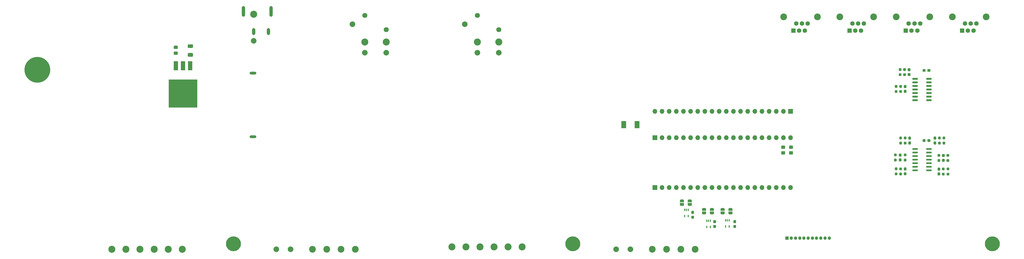
<source format=gts>
G04 #@! TF.GenerationSoftware,KiCad,Pcbnew,(5.1.10)-1*
G04 #@! TF.CreationDate,2022-11-18T11:00:14-07:00*
G04 #@! TF.ProjectId,Lift_02,4c696674-5f30-4322-9e6b-696361645f70,rev?*
G04 #@! TF.SameCoordinates,Original*
G04 #@! TF.FileFunction,Soldermask,Top*
G04 #@! TF.FilePolarity,Negative*
%FSLAX46Y46*%
G04 Gerber Fmt 4.6, Leading zero omitted, Abs format (unit mm)*
G04 Created by KiCad (PCBNEW (5.1.10)-1) date 2022-11-18 11:00:14*
%MOMM*%
%LPD*%
G01*
G04 APERTURE LIST*
%ADD10C,0.100000*%
%ADD11C,2.500000*%
%ADD12R,0.400000X0.900000*%
%ADD13C,2.400000*%
%ADD14C,2.000000*%
%ADD15R,1.200000X1.200000*%
%ADD16C,1.200000*%
%ADD17C,5.300000*%
%ADD18C,9.200000*%
%ADD19R,1.800000X2.540000*%
%ADD20R,1.511000X3.300000*%
%ADD21R,10.122000X10.020000*%
%ADD22C,1.800000*%
%ADD23O,1.700000X1.700000*%
%ADD24R,1.700000X1.700000*%
%ADD25C,1.600000*%
%ADD26R,1.600000X1.600000*%
%ADD27O,2.400000X1.000000*%
%ADD28O,1.200000X3.800000*%
%ADD29O,1.200000X2.500000*%
G04 APERTURE END LIST*
D10*
G36*
X269506602Y-72756000D02*
G01*
X269506602Y-72731466D01*
X269511412Y-72682635D01*
X269520984Y-72634510D01*
X269535228Y-72587555D01*
X269554005Y-72542222D01*
X269577136Y-72498949D01*
X269604396Y-72458150D01*
X269635524Y-72420221D01*
X269670221Y-72385524D01*
X269708150Y-72354396D01*
X269748949Y-72327136D01*
X269792222Y-72304005D01*
X269837555Y-72285228D01*
X269884510Y-72270984D01*
X269932635Y-72261412D01*
X269981466Y-72256602D01*
X270006000Y-72256602D01*
X270006000Y-72256000D01*
X270506000Y-72256000D01*
X270506000Y-72256602D01*
X270530534Y-72256602D01*
X270579365Y-72261412D01*
X270627490Y-72270984D01*
X270674445Y-72285228D01*
X270719778Y-72304005D01*
X270763051Y-72327136D01*
X270803850Y-72354396D01*
X270841779Y-72385524D01*
X270876476Y-72420221D01*
X270907604Y-72458150D01*
X270934864Y-72498949D01*
X270957995Y-72542222D01*
X270976772Y-72587555D01*
X270991016Y-72634510D01*
X271000588Y-72682635D01*
X271005398Y-72731466D01*
X271005398Y-72756000D01*
X271006000Y-72756000D01*
X271006000Y-73256000D01*
X269506000Y-73256000D01*
X269506000Y-72756000D01*
X269506602Y-72756000D01*
G37*
G36*
X271006000Y-73556000D02*
G01*
X271006000Y-74056000D01*
X271005398Y-74056000D01*
X271005398Y-74080534D01*
X271000588Y-74129365D01*
X270991016Y-74177490D01*
X270976772Y-74224445D01*
X270957995Y-74269778D01*
X270934864Y-74313051D01*
X270907604Y-74353850D01*
X270876476Y-74391779D01*
X270841779Y-74426476D01*
X270803850Y-74457604D01*
X270763051Y-74484864D01*
X270719778Y-74507995D01*
X270674445Y-74526772D01*
X270627490Y-74541016D01*
X270579365Y-74550588D01*
X270530534Y-74555398D01*
X270506000Y-74555398D01*
X270506000Y-74556000D01*
X270006000Y-74556000D01*
X270006000Y-74555398D01*
X269981466Y-74555398D01*
X269932635Y-74550588D01*
X269884510Y-74541016D01*
X269837555Y-74526772D01*
X269792222Y-74507995D01*
X269748949Y-74484864D01*
X269708150Y-74457604D01*
X269670221Y-74426476D01*
X269635524Y-74391779D01*
X269604396Y-74353850D01*
X269577136Y-74313051D01*
X269554005Y-74269778D01*
X269535228Y-74224445D01*
X269520984Y-74177490D01*
X269511412Y-74129365D01*
X269506602Y-74080534D01*
X269506602Y-74056000D01*
X269506000Y-74056000D01*
X269506000Y-73556000D01*
X271006000Y-73556000D01*
G37*
G36*
X261632602Y-69708000D02*
G01*
X261632602Y-69683466D01*
X261637412Y-69634635D01*
X261646984Y-69586510D01*
X261661228Y-69539555D01*
X261680005Y-69494222D01*
X261703136Y-69450949D01*
X261730396Y-69410150D01*
X261761524Y-69372221D01*
X261796221Y-69337524D01*
X261834150Y-69306396D01*
X261874949Y-69279136D01*
X261918222Y-69256005D01*
X261963555Y-69237228D01*
X262010510Y-69222984D01*
X262058635Y-69213412D01*
X262107466Y-69208602D01*
X262132000Y-69208602D01*
X262132000Y-69208000D01*
X262632000Y-69208000D01*
X262632000Y-69208602D01*
X262656534Y-69208602D01*
X262705365Y-69213412D01*
X262753490Y-69222984D01*
X262800445Y-69237228D01*
X262845778Y-69256005D01*
X262889051Y-69279136D01*
X262929850Y-69306396D01*
X262967779Y-69337524D01*
X263002476Y-69372221D01*
X263033604Y-69410150D01*
X263060864Y-69450949D01*
X263083995Y-69494222D01*
X263102772Y-69539555D01*
X263117016Y-69586510D01*
X263126588Y-69634635D01*
X263131398Y-69683466D01*
X263131398Y-69708000D01*
X263132000Y-69708000D01*
X263132000Y-70208000D01*
X261632000Y-70208000D01*
X261632000Y-69708000D01*
X261632602Y-69708000D01*
G37*
G36*
X263132000Y-70508000D02*
G01*
X263132000Y-71008000D01*
X263131398Y-71008000D01*
X263131398Y-71032534D01*
X263126588Y-71081365D01*
X263117016Y-71129490D01*
X263102772Y-71176445D01*
X263083995Y-71221778D01*
X263060864Y-71265051D01*
X263033604Y-71305850D01*
X263002476Y-71343779D01*
X262967779Y-71378476D01*
X262929850Y-71409604D01*
X262889051Y-71436864D01*
X262845778Y-71459995D01*
X262800445Y-71478772D01*
X262753490Y-71493016D01*
X262705365Y-71502588D01*
X262656534Y-71507398D01*
X262632000Y-71507398D01*
X262632000Y-71508000D01*
X262132000Y-71508000D01*
X262132000Y-71507398D01*
X262107466Y-71507398D01*
X262058635Y-71502588D01*
X262010510Y-71493016D01*
X261963555Y-71478772D01*
X261918222Y-71459995D01*
X261874949Y-71436864D01*
X261834150Y-71409604D01*
X261796221Y-71378476D01*
X261761524Y-71343779D01*
X261730396Y-71305850D01*
X261703136Y-71265051D01*
X261680005Y-71221778D01*
X261661228Y-71176445D01*
X261646984Y-71129490D01*
X261637412Y-71081365D01*
X261632602Y-71032534D01*
X261632602Y-71008000D01*
X261632000Y-71008000D01*
X261632000Y-70508000D01*
X263132000Y-70508000D01*
G37*
G36*
X276110602Y-72756000D02*
G01*
X276110602Y-72731466D01*
X276115412Y-72682635D01*
X276124984Y-72634510D01*
X276139228Y-72587555D01*
X276158005Y-72542222D01*
X276181136Y-72498949D01*
X276208396Y-72458150D01*
X276239524Y-72420221D01*
X276274221Y-72385524D01*
X276312150Y-72354396D01*
X276352949Y-72327136D01*
X276396222Y-72304005D01*
X276441555Y-72285228D01*
X276488510Y-72270984D01*
X276536635Y-72261412D01*
X276585466Y-72256602D01*
X276610000Y-72256602D01*
X276610000Y-72256000D01*
X277110000Y-72256000D01*
X277110000Y-72256602D01*
X277134534Y-72256602D01*
X277183365Y-72261412D01*
X277231490Y-72270984D01*
X277278445Y-72285228D01*
X277323778Y-72304005D01*
X277367051Y-72327136D01*
X277407850Y-72354396D01*
X277445779Y-72385524D01*
X277480476Y-72420221D01*
X277511604Y-72458150D01*
X277538864Y-72498949D01*
X277561995Y-72542222D01*
X277580772Y-72587555D01*
X277595016Y-72634510D01*
X277604588Y-72682635D01*
X277609398Y-72731466D01*
X277609398Y-72756000D01*
X277610000Y-72756000D01*
X277610000Y-73256000D01*
X276110000Y-73256000D01*
X276110000Y-72756000D01*
X276110602Y-72756000D01*
G37*
G36*
X277610000Y-73556000D02*
G01*
X277610000Y-74056000D01*
X277609398Y-74056000D01*
X277609398Y-74080534D01*
X277604588Y-74129365D01*
X277595016Y-74177490D01*
X277580772Y-74224445D01*
X277561995Y-74269778D01*
X277538864Y-74313051D01*
X277511604Y-74353850D01*
X277480476Y-74391779D01*
X277445779Y-74426476D01*
X277407850Y-74457604D01*
X277367051Y-74484864D01*
X277323778Y-74507995D01*
X277278445Y-74526772D01*
X277231490Y-74541016D01*
X277183365Y-74550588D01*
X277134534Y-74555398D01*
X277110000Y-74555398D01*
X277110000Y-74556000D01*
X276610000Y-74556000D01*
X276610000Y-74555398D01*
X276585466Y-74555398D01*
X276536635Y-74550588D01*
X276488510Y-74541016D01*
X276441555Y-74526772D01*
X276396222Y-74507995D01*
X276352949Y-74484864D01*
X276312150Y-74457604D01*
X276274221Y-74426476D01*
X276239524Y-74391779D01*
X276208396Y-74353850D01*
X276181136Y-74313051D01*
X276158005Y-74269778D01*
X276139228Y-74224445D01*
X276124984Y-74177490D01*
X276115412Y-74129365D01*
X276110602Y-74080534D01*
X276110602Y-74056000D01*
X276110000Y-74056000D01*
X276110000Y-73556000D01*
X277610000Y-73556000D01*
G37*
D11*
X81800000Y-87000000D03*
X76800000Y-87000000D03*
X71800000Y-87000000D03*
X66800000Y-87000000D03*
X61800000Y-87000000D03*
X56800000Y-87000000D03*
X202746000Y-86106000D03*
X197746000Y-86106000D03*
X192746000Y-86106000D03*
X187746000Y-86106000D03*
X182746000Y-86106000D03*
X177746000Y-86106000D03*
D10*
G36*
X260337398Y-71008000D02*
G01*
X260337398Y-71032534D01*
X260332588Y-71081365D01*
X260323016Y-71129490D01*
X260308772Y-71176445D01*
X260289995Y-71221778D01*
X260266864Y-71265051D01*
X260239604Y-71305850D01*
X260208476Y-71343779D01*
X260173779Y-71378476D01*
X260135850Y-71409604D01*
X260095051Y-71436864D01*
X260051778Y-71459995D01*
X260006445Y-71478772D01*
X259959490Y-71493016D01*
X259911365Y-71502588D01*
X259862534Y-71507398D01*
X259838000Y-71507398D01*
X259838000Y-71508000D01*
X259338000Y-71508000D01*
X259338000Y-71507398D01*
X259313466Y-71507398D01*
X259264635Y-71502588D01*
X259216510Y-71493016D01*
X259169555Y-71478772D01*
X259124222Y-71459995D01*
X259080949Y-71436864D01*
X259040150Y-71409604D01*
X259002221Y-71378476D01*
X258967524Y-71343779D01*
X258936396Y-71305850D01*
X258909136Y-71265051D01*
X258886005Y-71221778D01*
X258867228Y-71176445D01*
X258852984Y-71129490D01*
X258843412Y-71081365D01*
X258838602Y-71032534D01*
X258838602Y-71008000D01*
X258838000Y-71008000D01*
X258838000Y-70508000D01*
X260338000Y-70508000D01*
X260338000Y-71008000D01*
X260337398Y-71008000D01*
G37*
G36*
X258838000Y-70208000D02*
G01*
X258838000Y-69708000D01*
X258838602Y-69708000D01*
X258838602Y-69683466D01*
X258843412Y-69634635D01*
X258852984Y-69586510D01*
X258867228Y-69539555D01*
X258886005Y-69494222D01*
X258909136Y-69450949D01*
X258936396Y-69410150D01*
X258967524Y-69372221D01*
X259002221Y-69337524D01*
X259040150Y-69306396D01*
X259080949Y-69279136D01*
X259124222Y-69256005D01*
X259169555Y-69237228D01*
X259216510Y-69222984D01*
X259264635Y-69213412D01*
X259313466Y-69208602D01*
X259338000Y-69208602D01*
X259338000Y-69208000D01*
X259838000Y-69208000D01*
X259838000Y-69208602D01*
X259862534Y-69208602D01*
X259911365Y-69213412D01*
X259959490Y-69222984D01*
X260006445Y-69237228D01*
X260051778Y-69256005D01*
X260095051Y-69279136D01*
X260135850Y-69306396D01*
X260173779Y-69337524D01*
X260208476Y-69372221D01*
X260239604Y-69410150D01*
X260266864Y-69450949D01*
X260289995Y-69494222D01*
X260308772Y-69539555D01*
X260323016Y-69586510D01*
X260332588Y-69634635D01*
X260337398Y-69683466D01*
X260337398Y-69708000D01*
X260338000Y-69708000D01*
X260338000Y-70208000D01*
X258838000Y-70208000D01*
G37*
G36*
X268211398Y-74056000D02*
G01*
X268211398Y-74080534D01*
X268206588Y-74129365D01*
X268197016Y-74177490D01*
X268182772Y-74224445D01*
X268163995Y-74269778D01*
X268140864Y-74313051D01*
X268113604Y-74353850D01*
X268082476Y-74391779D01*
X268047779Y-74426476D01*
X268009850Y-74457604D01*
X267969051Y-74484864D01*
X267925778Y-74507995D01*
X267880445Y-74526772D01*
X267833490Y-74541016D01*
X267785365Y-74550588D01*
X267736534Y-74555398D01*
X267712000Y-74555398D01*
X267712000Y-74556000D01*
X267212000Y-74556000D01*
X267212000Y-74555398D01*
X267187466Y-74555398D01*
X267138635Y-74550588D01*
X267090510Y-74541016D01*
X267043555Y-74526772D01*
X266998222Y-74507995D01*
X266954949Y-74484864D01*
X266914150Y-74457604D01*
X266876221Y-74426476D01*
X266841524Y-74391779D01*
X266810396Y-74353850D01*
X266783136Y-74313051D01*
X266760005Y-74269778D01*
X266741228Y-74224445D01*
X266726984Y-74177490D01*
X266717412Y-74129365D01*
X266712602Y-74080534D01*
X266712602Y-74056000D01*
X266712000Y-74056000D01*
X266712000Y-73556000D01*
X268212000Y-73556000D01*
X268212000Y-74056000D01*
X268211398Y-74056000D01*
G37*
G36*
X266712000Y-73256000D02*
G01*
X266712000Y-72756000D01*
X266712602Y-72756000D01*
X266712602Y-72731466D01*
X266717412Y-72682635D01*
X266726984Y-72634510D01*
X266741228Y-72587555D01*
X266760005Y-72542222D01*
X266783136Y-72498949D01*
X266810396Y-72458150D01*
X266841524Y-72420221D01*
X266876221Y-72385524D01*
X266914150Y-72354396D01*
X266954949Y-72327136D01*
X266998222Y-72304005D01*
X267043555Y-72285228D01*
X267090510Y-72270984D01*
X267138635Y-72261412D01*
X267187466Y-72256602D01*
X267212000Y-72256602D01*
X267212000Y-72256000D01*
X267712000Y-72256000D01*
X267712000Y-72256602D01*
X267736534Y-72256602D01*
X267785365Y-72261412D01*
X267833490Y-72270984D01*
X267880445Y-72285228D01*
X267925778Y-72304005D01*
X267969051Y-72327136D01*
X268009850Y-72354396D01*
X268047779Y-72385524D01*
X268082476Y-72420221D01*
X268113604Y-72458150D01*
X268140864Y-72498949D01*
X268163995Y-72542222D01*
X268182772Y-72587555D01*
X268197016Y-72634510D01*
X268206588Y-72682635D01*
X268211398Y-72731466D01*
X268211398Y-72756000D01*
X268212000Y-72756000D01*
X268212000Y-73256000D01*
X266712000Y-73256000D01*
G37*
G36*
X274815398Y-74056000D02*
G01*
X274815398Y-74080534D01*
X274810588Y-74129365D01*
X274801016Y-74177490D01*
X274786772Y-74224445D01*
X274767995Y-74269778D01*
X274744864Y-74313051D01*
X274717604Y-74353850D01*
X274686476Y-74391779D01*
X274651779Y-74426476D01*
X274613850Y-74457604D01*
X274573051Y-74484864D01*
X274529778Y-74507995D01*
X274484445Y-74526772D01*
X274437490Y-74541016D01*
X274389365Y-74550588D01*
X274340534Y-74555398D01*
X274316000Y-74555398D01*
X274316000Y-74556000D01*
X273816000Y-74556000D01*
X273816000Y-74555398D01*
X273791466Y-74555398D01*
X273742635Y-74550588D01*
X273694510Y-74541016D01*
X273647555Y-74526772D01*
X273602222Y-74507995D01*
X273558949Y-74484864D01*
X273518150Y-74457604D01*
X273480221Y-74426476D01*
X273445524Y-74391779D01*
X273414396Y-74353850D01*
X273387136Y-74313051D01*
X273364005Y-74269778D01*
X273345228Y-74224445D01*
X273330984Y-74177490D01*
X273321412Y-74129365D01*
X273316602Y-74080534D01*
X273316602Y-74056000D01*
X273316000Y-74056000D01*
X273316000Y-73556000D01*
X274816000Y-73556000D01*
X274816000Y-74056000D01*
X274815398Y-74056000D01*
G37*
G36*
X273316000Y-73256000D02*
G01*
X273316000Y-72756000D01*
X273316602Y-72756000D01*
X273316602Y-72731466D01*
X273321412Y-72682635D01*
X273330984Y-72634510D01*
X273345228Y-72587555D01*
X273364005Y-72542222D01*
X273387136Y-72498949D01*
X273414396Y-72458150D01*
X273445524Y-72420221D01*
X273480221Y-72385524D01*
X273518150Y-72354396D01*
X273558949Y-72327136D01*
X273602222Y-72304005D01*
X273647555Y-72285228D01*
X273694510Y-72270984D01*
X273742635Y-72261412D01*
X273791466Y-72256602D01*
X273816000Y-72256602D01*
X273816000Y-72256000D01*
X274316000Y-72256000D01*
X274316000Y-72256602D01*
X274340534Y-72256602D01*
X274389365Y-72261412D01*
X274437490Y-72270984D01*
X274484445Y-72285228D01*
X274529778Y-72304005D01*
X274573051Y-72327136D01*
X274613850Y-72354396D01*
X274651779Y-72385524D01*
X274686476Y-72420221D01*
X274717604Y-72458150D01*
X274744864Y-72498949D01*
X274767995Y-72542222D01*
X274786772Y-72587555D01*
X274801016Y-72634510D01*
X274810588Y-72682635D01*
X274815398Y-72731466D01*
X274815398Y-72756000D01*
X274816000Y-72756000D01*
X274816000Y-73256000D01*
X273316000Y-73256000D01*
G37*
D12*
X261822000Y-72940000D03*
X261172000Y-72940000D03*
X260522000Y-72940000D03*
X260522000Y-75140000D03*
X261822000Y-75140000D03*
X269714000Y-76834000D03*
X269064000Y-76834000D03*
X268414000Y-76834000D03*
X268414000Y-79034000D03*
X269714000Y-79034000D03*
X276382000Y-76684000D03*
X275732000Y-76684000D03*
X275082000Y-76684000D03*
X275082000Y-78884000D03*
X276382000Y-78884000D03*
G36*
G01*
X271461500Y-77659000D02*
X270986500Y-77659000D01*
G75*
G02*
X270749000Y-77421500I0J237500D01*
G01*
X270749000Y-76821500D01*
G75*
G02*
X270986500Y-76584000I237500J0D01*
G01*
X271461500Y-76584000D01*
G75*
G02*
X271699000Y-76821500I0J-237500D01*
G01*
X271699000Y-77421500D01*
G75*
G02*
X271461500Y-77659000I-237500J0D01*
G01*
G37*
G36*
G01*
X271461500Y-79384000D02*
X270986500Y-79384000D01*
G75*
G02*
X270749000Y-79146500I0J237500D01*
G01*
X270749000Y-78546500D01*
G75*
G02*
X270986500Y-78309000I237500J0D01*
G01*
X271461500Y-78309000D01*
G75*
G02*
X271699000Y-78546500I0J-237500D01*
G01*
X271699000Y-79146500D01*
G75*
G02*
X271461500Y-79384000I-237500J0D01*
G01*
G37*
G36*
G01*
X278621500Y-77653000D02*
X278146500Y-77653000D01*
G75*
G02*
X277909000Y-77415500I0J237500D01*
G01*
X277909000Y-76815500D01*
G75*
G02*
X278146500Y-76578000I237500J0D01*
G01*
X278621500Y-76578000D01*
G75*
G02*
X278859000Y-76815500I0J-237500D01*
G01*
X278859000Y-77415500D01*
G75*
G02*
X278621500Y-77653000I-237500J0D01*
G01*
G37*
G36*
G01*
X278621500Y-79378000D02*
X278146500Y-79378000D01*
G75*
G02*
X277909000Y-79140500I0J237500D01*
G01*
X277909000Y-78540500D01*
G75*
G02*
X278146500Y-78303000I237500J0D01*
G01*
X278621500Y-78303000D01*
G75*
G02*
X278859000Y-78540500I0J-237500D01*
G01*
X278859000Y-79140500D01*
G75*
G02*
X278621500Y-79378000I-237500J0D01*
G01*
G37*
G36*
G01*
X263635500Y-74351000D02*
X263160500Y-74351000D01*
G75*
G02*
X262923000Y-74113500I0J237500D01*
G01*
X262923000Y-73513500D01*
G75*
G02*
X263160500Y-73276000I237500J0D01*
G01*
X263635500Y-73276000D01*
G75*
G02*
X263873000Y-73513500I0J-237500D01*
G01*
X263873000Y-74113500D01*
G75*
G02*
X263635500Y-74351000I-237500J0D01*
G01*
G37*
G36*
G01*
X263635500Y-76076000D02*
X263160500Y-76076000D01*
G75*
G02*
X262923000Y-75838500I0J237500D01*
G01*
X262923000Y-75238500D01*
G75*
G02*
X263160500Y-75001000I237500J0D01*
G01*
X263635500Y-75001000D01*
G75*
G02*
X263873000Y-75238500I0J-237500D01*
G01*
X263873000Y-75838500D01*
G75*
G02*
X263635500Y-76076000I-237500J0D01*
G01*
G37*
D13*
X264320000Y-87000000D03*
X259240000Y-87000000D03*
X254160000Y-87000000D03*
X249080000Y-87000000D03*
D14*
X241240000Y-87000000D03*
X236160000Y-87000000D03*
D13*
X143420000Y-87000000D03*
X138340000Y-87000000D03*
X133260000Y-87000000D03*
X128180000Y-87000000D03*
D14*
X120340000Y-87000000D03*
X115260000Y-87000000D03*
D15*
X297000000Y-83000000D03*
D16*
X298500000Y-83000000D03*
X300000000Y-83000000D03*
X301500000Y-83000000D03*
X303000000Y-83000000D03*
X304500000Y-83000000D03*
X306000000Y-83000000D03*
X307500000Y-83000000D03*
X309000000Y-83000000D03*
X310500000Y-83000000D03*
X312000000Y-83000000D03*
G36*
G01*
X346925000Y-48437500D02*
X346925000Y-47962500D01*
G75*
G02*
X347162500Y-47725000I237500J0D01*
G01*
X347762500Y-47725000D01*
G75*
G02*
X348000000Y-47962500I0J-237500D01*
G01*
X348000000Y-48437500D01*
G75*
G02*
X347762500Y-48675000I-237500J0D01*
G01*
X347162500Y-48675000D01*
G75*
G02*
X346925000Y-48437500I0J237500D01*
G01*
G37*
G36*
G01*
X345200000Y-48437500D02*
X345200000Y-47962500D01*
G75*
G02*
X345437500Y-47725000I237500J0D01*
G01*
X346037500Y-47725000D01*
G75*
G02*
X346275000Y-47962500I0J-237500D01*
G01*
X346275000Y-48437500D01*
G75*
G02*
X346037500Y-48675000I-237500J0D01*
G01*
X345437500Y-48675000D01*
G75*
G02*
X345200000Y-48437500I0J237500D01*
G01*
G37*
G36*
G01*
X346925000Y-23437500D02*
X346925000Y-22962500D01*
G75*
G02*
X347162500Y-22725000I237500J0D01*
G01*
X347762500Y-22725000D01*
G75*
G02*
X348000000Y-22962500I0J-237500D01*
G01*
X348000000Y-23437500D01*
G75*
G02*
X347762500Y-23675000I-237500J0D01*
G01*
X347162500Y-23675000D01*
G75*
G02*
X346925000Y-23437500I0J237500D01*
G01*
G37*
G36*
G01*
X345200000Y-23437500D02*
X345200000Y-22962500D01*
G75*
G02*
X345437500Y-22725000I237500J0D01*
G01*
X346037500Y-22725000D01*
G75*
G02*
X346275000Y-22962500I0J-237500D01*
G01*
X346275000Y-23437500D01*
G75*
G02*
X346037500Y-23675000I-237500J0D01*
G01*
X345437500Y-23675000D01*
G75*
G02*
X345200000Y-23437500I0J237500D01*
G01*
G37*
G36*
G01*
X337637500Y-47775000D02*
X337162500Y-47775000D01*
G75*
G02*
X336925000Y-47537500I0J237500D01*
G01*
X336925000Y-47037500D01*
G75*
G02*
X337162500Y-46800000I237500J0D01*
G01*
X337637500Y-46800000D01*
G75*
G02*
X337875000Y-47037500I0J-237500D01*
G01*
X337875000Y-47537500D01*
G75*
G02*
X337637500Y-47775000I-237500J0D01*
G01*
G37*
G36*
G01*
X337637500Y-49600000D02*
X337162500Y-49600000D01*
G75*
G02*
X336925000Y-49362500I0J237500D01*
G01*
X336925000Y-48862500D01*
G75*
G02*
X337162500Y-48625000I237500J0D01*
G01*
X337637500Y-48625000D01*
G75*
G02*
X337875000Y-48862500I0J-237500D01*
G01*
X337875000Y-49362500D01*
G75*
G02*
X337637500Y-49600000I-237500J0D01*
G01*
G37*
G36*
G01*
X339237500Y-47775000D02*
X338762500Y-47775000D01*
G75*
G02*
X338525000Y-47537500I0J237500D01*
G01*
X338525000Y-47037500D01*
G75*
G02*
X338762500Y-46800000I237500J0D01*
G01*
X339237500Y-46800000D01*
G75*
G02*
X339475000Y-47037500I0J-237500D01*
G01*
X339475000Y-47537500D01*
G75*
G02*
X339237500Y-47775000I-237500J0D01*
G01*
G37*
G36*
G01*
X339237500Y-49600000D02*
X338762500Y-49600000D01*
G75*
G02*
X338525000Y-49362500I0J237500D01*
G01*
X338525000Y-48862500D01*
G75*
G02*
X338762500Y-48625000I237500J0D01*
G01*
X339237500Y-48625000D01*
G75*
G02*
X339475000Y-48862500I0J-237500D01*
G01*
X339475000Y-49362500D01*
G75*
G02*
X339237500Y-49600000I-237500J0D01*
G01*
G37*
G36*
G01*
X352337500Y-59675000D02*
X352812500Y-59675000D01*
G75*
G02*
X353050000Y-59912500I0J-237500D01*
G01*
X353050000Y-60412500D01*
G75*
G02*
X352812500Y-60650000I-237500J0D01*
G01*
X352337500Y-60650000D01*
G75*
G02*
X352100000Y-60412500I0J237500D01*
G01*
X352100000Y-59912500D01*
G75*
G02*
X352337500Y-59675000I237500J0D01*
G01*
G37*
G36*
G01*
X352337500Y-57850000D02*
X352812500Y-57850000D01*
G75*
G02*
X353050000Y-58087500I0J-237500D01*
G01*
X353050000Y-58587500D01*
G75*
G02*
X352812500Y-58825000I-237500J0D01*
G01*
X352337500Y-58825000D01*
G75*
G02*
X352100000Y-58587500I0J237500D01*
G01*
X352100000Y-58087500D01*
G75*
G02*
X352337500Y-57850000I237500J0D01*
G01*
G37*
G36*
G01*
X337162500Y-59637500D02*
X337637500Y-59637500D01*
G75*
G02*
X337875000Y-59875000I0J-237500D01*
G01*
X337875000Y-60375000D01*
G75*
G02*
X337637500Y-60612500I-237500J0D01*
G01*
X337162500Y-60612500D01*
G75*
G02*
X336925000Y-60375000I0J237500D01*
G01*
X336925000Y-59875000D01*
G75*
G02*
X337162500Y-59637500I237500J0D01*
G01*
G37*
G36*
G01*
X337162500Y-57812500D02*
X337637500Y-57812500D01*
G75*
G02*
X337875000Y-58050000I0J-237500D01*
G01*
X337875000Y-58550000D01*
G75*
G02*
X337637500Y-58787500I-237500J0D01*
G01*
X337162500Y-58787500D01*
G75*
G02*
X336925000Y-58550000I0J237500D01*
G01*
X336925000Y-58050000D01*
G75*
G02*
X337162500Y-57812500I237500J0D01*
G01*
G37*
G36*
G01*
X354012500Y-59675000D02*
X354487500Y-59675000D01*
G75*
G02*
X354725000Y-59912500I0J-237500D01*
G01*
X354725000Y-60412500D01*
G75*
G02*
X354487500Y-60650000I-237500J0D01*
G01*
X354012500Y-60650000D01*
G75*
G02*
X353775000Y-60412500I0J237500D01*
G01*
X353775000Y-59912500D01*
G75*
G02*
X354012500Y-59675000I237500J0D01*
G01*
G37*
G36*
G01*
X354012500Y-57850000D02*
X354487500Y-57850000D01*
G75*
G02*
X354725000Y-58087500I0J-237500D01*
G01*
X354725000Y-58587500D01*
G75*
G02*
X354487500Y-58825000I-237500J0D01*
G01*
X354012500Y-58825000D01*
G75*
G02*
X353775000Y-58587500I0J237500D01*
G01*
X353775000Y-58087500D01*
G75*
G02*
X354012500Y-57850000I237500J0D01*
G01*
G37*
G36*
G01*
X337162500Y-30225000D02*
X337637500Y-30225000D01*
G75*
G02*
X337875000Y-30462500I0J-237500D01*
G01*
X337875000Y-30962500D01*
G75*
G02*
X337637500Y-31200000I-237500J0D01*
G01*
X337162500Y-31200000D01*
G75*
G02*
X336925000Y-30962500I0J237500D01*
G01*
X336925000Y-30462500D01*
G75*
G02*
X337162500Y-30225000I237500J0D01*
G01*
G37*
G36*
G01*
X337162500Y-28400000D02*
X337637500Y-28400000D01*
G75*
G02*
X337875000Y-28637500I0J-237500D01*
G01*
X337875000Y-29137500D01*
G75*
G02*
X337637500Y-29375000I-237500J0D01*
G01*
X337162500Y-29375000D01*
G75*
G02*
X336925000Y-29137500I0J237500D01*
G01*
X336925000Y-28637500D01*
G75*
G02*
X337162500Y-28400000I237500J0D01*
G01*
G37*
G36*
G01*
X335562500Y-59625000D02*
X336037500Y-59625000D01*
G75*
G02*
X336275000Y-59862500I0J-237500D01*
G01*
X336275000Y-60362500D01*
G75*
G02*
X336037500Y-60600000I-237500J0D01*
G01*
X335562500Y-60600000D01*
G75*
G02*
X335325000Y-60362500I0J237500D01*
G01*
X335325000Y-59862500D01*
G75*
G02*
X335562500Y-59625000I237500J0D01*
G01*
G37*
G36*
G01*
X335562500Y-57800000D02*
X336037500Y-57800000D01*
G75*
G02*
X336275000Y-58037500I0J-237500D01*
G01*
X336275000Y-58537500D01*
G75*
G02*
X336037500Y-58775000I-237500J0D01*
G01*
X335562500Y-58775000D01*
G75*
G02*
X335325000Y-58537500I0J237500D01*
G01*
X335325000Y-58037500D01*
G75*
G02*
X335562500Y-57800000I237500J0D01*
G01*
G37*
G36*
G01*
X351237500Y-53975000D02*
X350762500Y-53975000D01*
G75*
G02*
X350525000Y-53737500I0J237500D01*
G01*
X350525000Y-53237500D01*
G75*
G02*
X350762500Y-53000000I237500J0D01*
G01*
X351237500Y-53000000D01*
G75*
G02*
X351475000Y-53237500I0J-237500D01*
G01*
X351475000Y-53737500D01*
G75*
G02*
X351237500Y-53975000I-237500J0D01*
G01*
G37*
G36*
G01*
X351237500Y-55800000D02*
X350762500Y-55800000D01*
G75*
G02*
X350525000Y-55562500I0J237500D01*
G01*
X350525000Y-55062500D01*
G75*
G02*
X350762500Y-54825000I237500J0D01*
G01*
X351237500Y-54825000D01*
G75*
G02*
X351475000Y-55062500I0J-237500D01*
G01*
X351475000Y-55562500D01*
G75*
G02*
X351237500Y-55800000I-237500J0D01*
G01*
G37*
G36*
G01*
X339237500Y-53825000D02*
X338762500Y-53825000D01*
G75*
G02*
X338525000Y-53587500I0J237500D01*
G01*
X338525000Y-53087500D01*
G75*
G02*
X338762500Y-52850000I237500J0D01*
G01*
X339237500Y-52850000D01*
G75*
G02*
X339475000Y-53087500I0J-237500D01*
G01*
X339475000Y-53587500D01*
G75*
G02*
X339237500Y-53825000I-237500J0D01*
G01*
G37*
G36*
G01*
X339237500Y-55650000D02*
X338762500Y-55650000D01*
G75*
G02*
X338525000Y-55412500I0J237500D01*
G01*
X338525000Y-54912500D01*
G75*
G02*
X338762500Y-54675000I237500J0D01*
G01*
X339237500Y-54675000D01*
G75*
G02*
X339475000Y-54912500I0J-237500D01*
G01*
X339475000Y-55412500D01*
G75*
G02*
X339237500Y-55650000I-237500J0D01*
G01*
G37*
G36*
G01*
X335562500Y-30225000D02*
X336037500Y-30225000D01*
G75*
G02*
X336275000Y-30462500I0J-237500D01*
G01*
X336275000Y-30962500D01*
G75*
G02*
X336037500Y-31200000I-237500J0D01*
G01*
X335562500Y-31200000D01*
G75*
G02*
X335325000Y-30962500I0J237500D01*
G01*
X335325000Y-30462500D01*
G75*
G02*
X335562500Y-30225000I237500J0D01*
G01*
G37*
G36*
G01*
X335562500Y-28400000D02*
X336037500Y-28400000D01*
G75*
G02*
X336275000Y-28637500I0J-237500D01*
G01*
X336275000Y-29137500D01*
G75*
G02*
X336037500Y-29375000I-237500J0D01*
G01*
X335562500Y-29375000D01*
G75*
G02*
X335325000Y-29137500I0J237500D01*
G01*
X335325000Y-28637500D01*
G75*
G02*
X335562500Y-28400000I237500J0D01*
G01*
G37*
G36*
G01*
X354437500Y-53975000D02*
X353962500Y-53975000D01*
G75*
G02*
X353725000Y-53737500I0J237500D01*
G01*
X353725000Y-53237500D01*
G75*
G02*
X353962500Y-53000000I237500J0D01*
G01*
X354437500Y-53000000D01*
G75*
G02*
X354675000Y-53237500I0J-237500D01*
G01*
X354675000Y-53737500D01*
G75*
G02*
X354437500Y-53975000I-237500J0D01*
G01*
G37*
G36*
G01*
X354437500Y-55800000D02*
X353962500Y-55800000D01*
G75*
G02*
X353725000Y-55562500I0J237500D01*
G01*
X353725000Y-55062500D01*
G75*
G02*
X353962500Y-54825000I237500J0D01*
G01*
X354437500Y-54825000D01*
G75*
G02*
X354675000Y-55062500I0J-237500D01*
G01*
X354675000Y-55562500D01*
G75*
G02*
X354437500Y-55800000I-237500J0D01*
G01*
G37*
G36*
G01*
X335737500Y-53825000D02*
X335262500Y-53825000D01*
G75*
G02*
X335025000Y-53587500I0J237500D01*
G01*
X335025000Y-53087500D01*
G75*
G02*
X335262500Y-52850000I237500J0D01*
G01*
X335737500Y-52850000D01*
G75*
G02*
X335975000Y-53087500I0J-237500D01*
G01*
X335975000Y-53587500D01*
G75*
G02*
X335737500Y-53825000I-237500J0D01*
G01*
G37*
G36*
G01*
X335737500Y-55650000D02*
X335262500Y-55650000D01*
G75*
G02*
X335025000Y-55412500I0J237500D01*
G01*
X335025000Y-54912500D01*
G75*
G02*
X335262500Y-54675000I237500J0D01*
G01*
X335737500Y-54675000D01*
G75*
G02*
X335975000Y-54912500I0J-237500D01*
G01*
X335975000Y-55412500D01*
G75*
G02*
X335737500Y-55650000I-237500J0D01*
G01*
G37*
G36*
G01*
X339037500Y-23375000D02*
X338562500Y-23375000D01*
G75*
G02*
X338325000Y-23137500I0J237500D01*
G01*
X338325000Y-22637500D01*
G75*
G02*
X338562500Y-22400000I237500J0D01*
G01*
X339037500Y-22400000D01*
G75*
G02*
X339275000Y-22637500I0J-237500D01*
G01*
X339275000Y-23137500D01*
G75*
G02*
X339037500Y-23375000I-237500J0D01*
G01*
G37*
G36*
G01*
X339037500Y-25200000D02*
X338562500Y-25200000D01*
G75*
G02*
X338325000Y-24962500I0J237500D01*
G01*
X338325000Y-24462500D01*
G75*
G02*
X338562500Y-24225000I237500J0D01*
G01*
X339037500Y-24225000D01*
G75*
G02*
X339275000Y-24462500I0J-237500D01*
G01*
X339275000Y-24962500D01*
G75*
G02*
X339037500Y-25200000I-237500J0D01*
G01*
G37*
G36*
G01*
X351437500Y-47775000D02*
X350962500Y-47775000D01*
G75*
G02*
X350725000Y-47537500I0J237500D01*
G01*
X350725000Y-47037500D01*
G75*
G02*
X350962500Y-46800000I237500J0D01*
G01*
X351437500Y-46800000D01*
G75*
G02*
X351675000Y-47037500I0J-237500D01*
G01*
X351675000Y-47537500D01*
G75*
G02*
X351437500Y-47775000I-237500J0D01*
G01*
G37*
G36*
G01*
X351437500Y-49600000D02*
X350962500Y-49600000D01*
G75*
G02*
X350725000Y-49362500I0J237500D01*
G01*
X350725000Y-48862500D01*
G75*
G02*
X350962500Y-48625000I237500J0D01*
G01*
X351437500Y-48625000D01*
G75*
G02*
X351675000Y-48862500I0J-237500D01*
G01*
X351675000Y-49362500D01*
G75*
G02*
X351437500Y-49600000I-237500J0D01*
G01*
G37*
G36*
G01*
X337437500Y-23375000D02*
X336962500Y-23375000D01*
G75*
G02*
X336725000Y-23137500I0J237500D01*
G01*
X336725000Y-22637500D01*
G75*
G02*
X336962500Y-22400000I237500J0D01*
G01*
X337437500Y-22400000D01*
G75*
G02*
X337675000Y-22637500I0J-237500D01*
G01*
X337675000Y-23137500D01*
G75*
G02*
X337437500Y-23375000I-237500J0D01*
G01*
G37*
G36*
G01*
X337437500Y-25200000D02*
X336962500Y-25200000D01*
G75*
G02*
X336725000Y-24962500I0J237500D01*
G01*
X336725000Y-24462500D01*
G75*
G02*
X336962500Y-24225000I237500J0D01*
G01*
X337437500Y-24225000D01*
G75*
G02*
X337675000Y-24462500I0J-237500D01*
G01*
X337675000Y-24962500D01*
G75*
G02*
X337437500Y-25200000I-237500J0D01*
G01*
G37*
G36*
G01*
X353037500Y-47775000D02*
X352562500Y-47775000D01*
G75*
G02*
X352325000Y-47537500I0J237500D01*
G01*
X352325000Y-47037500D01*
G75*
G02*
X352562500Y-46800000I237500J0D01*
G01*
X353037500Y-46800000D01*
G75*
G02*
X353275000Y-47037500I0J-237500D01*
G01*
X353275000Y-47537500D01*
G75*
G02*
X353037500Y-47775000I-237500J0D01*
G01*
G37*
G36*
G01*
X353037500Y-49600000D02*
X352562500Y-49600000D01*
G75*
G02*
X352325000Y-49362500I0J237500D01*
G01*
X352325000Y-48862500D01*
G75*
G02*
X352562500Y-48625000I237500J0D01*
G01*
X353037500Y-48625000D01*
G75*
G02*
X353275000Y-48862500I0J-237500D01*
G01*
X353275000Y-49362500D01*
G75*
G02*
X353037500Y-49600000I-237500J0D01*
G01*
G37*
G36*
G01*
X350762500Y-59575000D02*
X351237500Y-59575000D01*
G75*
G02*
X351475000Y-59812500I0J-237500D01*
G01*
X351475000Y-60412500D01*
G75*
G02*
X351237500Y-60650000I-237500J0D01*
G01*
X350762500Y-60650000D01*
G75*
G02*
X350525000Y-60412500I0J237500D01*
G01*
X350525000Y-59812500D01*
G75*
G02*
X350762500Y-59575000I237500J0D01*
G01*
G37*
G36*
G01*
X350762500Y-57850000D02*
X351237500Y-57850000D01*
G75*
G02*
X351475000Y-58087500I0J-237500D01*
G01*
X351475000Y-58687500D01*
G75*
G02*
X351237500Y-58925000I-237500J0D01*
G01*
X350762500Y-58925000D01*
G75*
G02*
X350525000Y-58687500I0J237500D01*
G01*
X350525000Y-58087500D01*
G75*
G02*
X350762500Y-57850000I237500J0D01*
G01*
G37*
G36*
G01*
X338762500Y-59525000D02*
X339237500Y-59525000D01*
G75*
G02*
X339475000Y-59762500I0J-237500D01*
G01*
X339475000Y-60362500D01*
G75*
G02*
X339237500Y-60600000I-237500J0D01*
G01*
X338762500Y-60600000D01*
G75*
G02*
X338525000Y-60362500I0J237500D01*
G01*
X338525000Y-59762500D01*
G75*
G02*
X338762500Y-59525000I237500J0D01*
G01*
G37*
G36*
G01*
X338762500Y-57800000D02*
X339237500Y-57800000D01*
G75*
G02*
X339475000Y-58037500I0J-237500D01*
G01*
X339475000Y-58637500D01*
G75*
G02*
X339237500Y-58875000I-237500J0D01*
G01*
X338762500Y-58875000D01*
G75*
G02*
X338525000Y-58637500I0J237500D01*
G01*
X338525000Y-58037500D01*
G75*
G02*
X338762500Y-57800000I237500J0D01*
G01*
G37*
G36*
G01*
X338762500Y-30125000D02*
X339237500Y-30125000D01*
G75*
G02*
X339475000Y-30362500I0J-237500D01*
G01*
X339475000Y-30962500D01*
G75*
G02*
X339237500Y-31200000I-237500J0D01*
G01*
X338762500Y-31200000D01*
G75*
G02*
X338525000Y-30962500I0J237500D01*
G01*
X338525000Y-30362500D01*
G75*
G02*
X338762500Y-30125000I237500J0D01*
G01*
G37*
G36*
G01*
X338762500Y-28400000D02*
X339237500Y-28400000D01*
G75*
G02*
X339475000Y-28637500I0J-237500D01*
G01*
X339475000Y-29237500D01*
G75*
G02*
X339237500Y-29475000I-237500J0D01*
G01*
X338762500Y-29475000D01*
G75*
G02*
X338525000Y-29237500I0J237500D01*
G01*
X338525000Y-28637500D01*
G75*
G02*
X338762500Y-28400000I237500J0D01*
G01*
G37*
G36*
G01*
X352362500Y-54725000D02*
X352837500Y-54725000D01*
G75*
G02*
X353075000Y-54962500I0J-237500D01*
G01*
X353075000Y-55562500D01*
G75*
G02*
X352837500Y-55800000I-237500J0D01*
G01*
X352362500Y-55800000D01*
G75*
G02*
X352125000Y-55562500I0J237500D01*
G01*
X352125000Y-54962500D01*
G75*
G02*
X352362500Y-54725000I237500J0D01*
G01*
G37*
G36*
G01*
X352362500Y-53000000D02*
X352837500Y-53000000D01*
G75*
G02*
X353075000Y-53237500I0J-237500D01*
G01*
X353075000Y-53837500D01*
G75*
G02*
X352837500Y-54075000I-237500J0D01*
G01*
X352362500Y-54075000D01*
G75*
G02*
X352125000Y-53837500I0J237500D01*
G01*
X352125000Y-53237500D01*
G75*
G02*
X352362500Y-53000000I237500J0D01*
G01*
G37*
G36*
G01*
X337012500Y-54575000D02*
X337487500Y-54575000D01*
G75*
G02*
X337725000Y-54812500I0J-237500D01*
G01*
X337725000Y-55412500D01*
G75*
G02*
X337487500Y-55650000I-237500J0D01*
G01*
X337012500Y-55650000D01*
G75*
G02*
X336775000Y-55412500I0J237500D01*
G01*
X336775000Y-54812500D01*
G75*
G02*
X337012500Y-54575000I237500J0D01*
G01*
G37*
G36*
G01*
X337012500Y-52850000D02*
X337487500Y-52850000D01*
G75*
G02*
X337725000Y-53087500I0J-237500D01*
G01*
X337725000Y-53687500D01*
G75*
G02*
X337487500Y-53925000I-237500J0D01*
G01*
X337012500Y-53925000D01*
G75*
G02*
X336775000Y-53687500I0J237500D01*
G01*
X336775000Y-53087500D01*
G75*
G02*
X337012500Y-52850000I237500J0D01*
G01*
G37*
G36*
G01*
X340637500Y-23475000D02*
X340162500Y-23475000D01*
G75*
G02*
X339925000Y-23237500I0J237500D01*
G01*
X339925000Y-22637500D01*
G75*
G02*
X340162500Y-22400000I237500J0D01*
G01*
X340637500Y-22400000D01*
G75*
G02*
X340875000Y-22637500I0J-237500D01*
G01*
X340875000Y-23237500D01*
G75*
G02*
X340637500Y-23475000I-237500J0D01*
G01*
G37*
G36*
G01*
X340637500Y-25200000D02*
X340162500Y-25200000D01*
G75*
G02*
X339925000Y-24962500I0J237500D01*
G01*
X339925000Y-24362500D01*
G75*
G02*
X340162500Y-24125000I237500J0D01*
G01*
X340637500Y-24125000D01*
G75*
G02*
X340875000Y-24362500I0J-237500D01*
G01*
X340875000Y-24962500D01*
G75*
G02*
X340637500Y-25200000I-237500J0D01*
G01*
G37*
G36*
G01*
X349837500Y-47875000D02*
X349362500Y-47875000D01*
G75*
G02*
X349125000Y-47637500I0J237500D01*
G01*
X349125000Y-47037500D01*
G75*
G02*
X349362500Y-46800000I237500J0D01*
G01*
X349837500Y-46800000D01*
G75*
G02*
X350075000Y-47037500I0J-237500D01*
G01*
X350075000Y-47637500D01*
G75*
G02*
X349837500Y-47875000I-237500J0D01*
G01*
G37*
G36*
G01*
X349837500Y-49600000D02*
X349362500Y-49600000D01*
G75*
G02*
X349125000Y-49362500I0J237500D01*
G01*
X349125000Y-48762500D01*
G75*
G02*
X349362500Y-48525000I237500J0D01*
G01*
X349837500Y-48525000D01*
G75*
G02*
X350075000Y-48762500I0J-237500D01*
G01*
X350075000Y-49362500D01*
G75*
G02*
X349837500Y-49600000I-237500J0D01*
G01*
G37*
G36*
G01*
X340837500Y-47875000D02*
X340362500Y-47875000D01*
G75*
G02*
X340125000Y-47637500I0J237500D01*
G01*
X340125000Y-47037500D01*
G75*
G02*
X340362500Y-46800000I237500J0D01*
G01*
X340837500Y-46800000D01*
G75*
G02*
X341075000Y-47037500I0J-237500D01*
G01*
X341075000Y-47637500D01*
G75*
G02*
X340837500Y-47875000I-237500J0D01*
G01*
G37*
G36*
G01*
X340837500Y-49600000D02*
X340362500Y-49600000D01*
G75*
G02*
X340125000Y-49362500I0J237500D01*
G01*
X340125000Y-48762500D01*
G75*
G02*
X340362500Y-48525000I237500J0D01*
G01*
X340837500Y-48525000D01*
G75*
G02*
X341075000Y-48762500I0J-237500D01*
G01*
X341075000Y-49362500D01*
G75*
G02*
X340837500Y-49600000I-237500J0D01*
G01*
G37*
D17*
X100000000Y-85000000D03*
X220750000Y-85000000D03*
X370000000Y-85000000D03*
D18*
X30250000Y-23000000D03*
G36*
G01*
X346500000Y-51340000D02*
X346500000Y-51040000D01*
G75*
G02*
X346650000Y-50890000I150000J0D01*
G01*
X348300000Y-50890000D01*
G75*
G02*
X348450000Y-51040000I0J-150000D01*
G01*
X348450000Y-51340000D01*
G75*
G02*
X348300000Y-51490000I-150000J0D01*
G01*
X346650000Y-51490000D01*
G75*
G02*
X346500000Y-51340000I0J150000D01*
G01*
G37*
G36*
G01*
X346500000Y-52610000D02*
X346500000Y-52310000D01*
G75*
G02*
X346650000Y-52160000I150000J0D01*
G01*
X348300000Y-52160000D01*
G75*
G02*
X348450000Y-52310000I0J-150000D01*
G01*
X348450000Y-52610000D01*
G75*
G02*
X348300000Y-52760000I-150000J0D01*
G01*
X346650000Y-52760000D01*
G75*
G02*
X346500000Y-52610000I0J150000D01*
G01*
G37*
G36*
G01*
X346500000Y-53880000D02*
X346500000Y-53580000D01*
G75*
G02*
X346650000Y-53430000I150000J0D01*
G01*
X348300000Y-53430000D01*
G75*
G02*
X348450000Y-53580000I0J-150000D01*
G01*
X348450000Y-53880000D01*
G75*
G02*
X348300000Y-54030000I-150000J0D01*
G01*
X346650000Y-54030000D01*
G75*
G02*
X346500000Y-53880000I0J150000D01*
G01*
G37*
G36*
G01*
X346500000Y-55150000D02*
X346500000Y-54850000D01*
G75*
G02*
X346650000Y-54700000I150000J0D01*
G01*
X348300000Y-54700000D01*
G75*
G02*
X348450000Y-54850000I0J-150000D01*
G01*
X348450000Y-55150000D01*
G75*
G02*
X348300000Y-55300000I-150000J0D01*
G01*
X346650000Y-55300000D01*
G75*
G02*
X346500000Y-55150000I0J150000D01*
G01*
G37*
G36*
G01*
X346500000Y-56420000D02*
X346500000Y-56120000D01*
G75*
G02*
X346650000Y-55970000I150000J0D01*
G01*
X348300000Y-55970000D01*
G75*
G02*
X348450000Y-56120000I0J-150000D01*
G01*
X348450000Y-56420000D01*
G75*
G02*
X348300000Y-56570000I-150000J0D01*
G01*
X346650000Y-56570000D01*
G75*
G02*
X346500000Y-56420000I0J150000D01*
G01*
G37*
G36*
G01*
X346500000Y-57690000D02*
X346500000Y-57390000D01*
G75*
G02*
X346650000Y-57240000I150000J0D01*
G01*
X348300000Y-57240000D01*
G75*
G02*
X348450000Y-57390000I0J-150000D01*
G01*
X348450000Y-57690000D01*
G75*
G02*
X348300000Y-57840000I-150000J0D01*
G01*
X346650000Y-57840000D01*
G75*
G02*
X346500000Y-57690000I0J150000D01*
G01*
G37*
G36*
G01*
X346500000Y-58960000D02*
X346500000Y-58660000D01*
G75*
G02*
X346650000Y-58510000I150000J0D01*
G01*
X348300000Y-58510000D01*
G75*
G02*
X348450000Y-58660000I0J-150000D01*
G01*
X348450000Y-58960000D01*
G75*
G02*
X348300000Y-59110000I-150000J0D01*
G01*
X346650000Y-59110000D01*
G75*
G02*
X346500000Y-58960000I0J150000D01*
G01*
G37*
G36*
G01*
X341550000Y-58960000D02*
X341550000Y-58660000D01*
G75*
G02*
X341700000Y-58510000I150000J0D01*
G01*
X343350000Y-58510000D01*
G75*
G02*
X343500000Y-58660000I0J-150000D01*
G01*
X343500000Y-58960000D01*
G75*
G02*
X343350000Y-59110000I-150000J0D01*
G01*
X341700000Y-59110000D01*
G75*
G02*
X341550000Y-58960000I0J150000D01*
G01*
G37*
G36*
G01*
X341550000Y-57690000D02*
X341550000Y-57390000D01*
G75*
G02*
X341700000Y-57240000I150000J0D01*
G01*
X343350000Y-57240000D01*
G75*
G02*
X343500000Y-57390000I0J-150000D01*
G01*
X343500000Y-57690000D01*
G75*
G02*
X343350000Y-57840000I-150000J0D01*
G01*
X341700000Y-57840000D01*
G75*
G02*
X341550000Y-57690000I0J150000D01*
G01*
G37*
G36*
G01*
X341550000Y-56420000D02*
X341550000Y-56120000D01*
G75*
G02*
X341700000Y-55970000I150000J0D01*
G01*
X343350000Y-55970000D01*
G75*
G02*
X343500000Y-56120000I0J-150000D01*
G01*
X343500000Y-56420000D01*
G75*
G02*
X343350000Y-56570000I-150000J0D01*
G01*
X341700000Y-56570000D01*
G75*
G02*
X341550000Y-56420000I0J150000D01*
G01*
G37*
G36*
G01*
X341550000Y-55150000D02*
X341550000Y-54850000D01*
G75*
G02*
X341700000Y-54700000I150000J0D01*
G01*
X343350000Y-54700000D01*
G75*
G02*
X343500000Y-54850000I0J-150000D01*
G01*
X343500000Y-55150000D01*
G75*
G02*
X343350000Y-55300000I-150000J0D01*
G01*
X341700000Y-55300000D01*
G75*
G02*
X341550000Y-55150000I0J150000D01*
G01*
G37*
G36*
G01*
X341550000Y-53880000D02*
X341550000Y-53580000D01*
G75*
G02*
X341700000Y-53430000I150000J0D01*
G01*
X343350000Y-53430000D01*
G75*
G02*
X343500000Y-53580000I0J-150000D01*
G01*
X343500000Y-53880000D01*
G75*
G02*
X343350000Y-54030000I-150000J0D01*
G01*
X341700000Y-54030000D01*
G75*
G02*
X341550000Y-53880000I0J150000D01*
G01*
G37*
G36*
G01*
X341550000Y-52610000D02*
X341550000Y-52310000D01*
G75*
G02*
X341700000Y-52160000I150000J0D01*
G01*
X343350000Y-52160000D01*
G75*
G02*
X343500000Y-52310000I0J-150000D01*
G01*
X343500000Y-52610000D01*
G75*
G02*
X343350000Y-52760000I-150000J0D01*
G01*
X341700000Y-52760000D01*
G75*
G02*
X341550000Y-52610000I0J150000D01*
G01*
G37*
G36*
G01*
X341550000Y-51340000D02*
X341550000Y-51040000D01*
G75*
G02*
X341700000Y-50890000I150000J0D01*
G01*
X343350000Y-50890000D01*
G75*
G02*
X343500000Y-51040000I0J-150000D01*
G01*
X343500000Y-51340000D01*
G75*
G02*
X343350000Y-51490000I-150000J0D01*
G01*
X341700000Y-51490000D01*
G75*
G02*
X341550000Y-51340000I0J150000D01*
G01*
G37*
G36*
G01*
X346500000Y-26340000D02*
X346500000Y-26040000D01*
G75*
G02*
X346650000Y-25890000I150000J0D01*
G01*
X348300000Y-25890000D01*
G75*
G02*
X348450000Y-26040000I0J-150000D01*
G01*
X348450000Y-26340000D01*
G75*
G02*
X348300000Y-26490000I-150000J0D01*
G01*
X346650000Y-26490000D01*
G75*
G02*
X346500000Y-26340000I0J150000D01*
G01*
G37*
G36*
G01*
X346500000Y-27610000D02*
X346500000Y-27310000D01*
G75*
G02*
X346650000Y-27160000I150000J0D01*
G01*
X348300000Y-27160000D01*
G75*
G02*
X348450000Y-27310000I0J-150000D01*
G01*
X348450000Y-27610000D01*
G75*
G02*
X348300000Y-27760000I-150000J0D01*
G01*
X346650000Y-27760000D01*
G75*
G02*
X346500000Y-27610000I0J150000D01*
G01*
G37*
G36*
G01*
X346500000Y-28880000D02*
X346500000Y-28580000D01*
G75*
G02*
X346650000Y-28430000I150000J0D01*
G01*
X348300000Y-28430000D01*
G75*
G02*
X348450000Y-28580000I0J-150000D01*
G01*
X348450000Y-28880000D01*
G75*
G02*
X348300000Y-29030000I-150000J0D01*
G01*
X346650000Y-29030000D01*
G75*
G02*
X346500000Y-28880000I0J150000D01*
G01*
G37*
G36*
G01*
X346500000Y-30150000D02*
X346500000Y-29850000D01*
G75*
G02*
X346650000Y-29700000I150000J0D01*
G01*
X348300000Y-29700000D01*
G75*
G02*
X348450000Y-29850000I0J-150000D01*
G01*
X348450000Y-30150000D01*
G75*
G02*
X348300000Y-30300000I-150000J0D01*
G01*
X346650000Y-30300000D01*
G75*
G02*
X346500000Y-30150000I0J150000D01*
G01*
G37*
G36*
G01*
X346500000Y-31420000D02*
X346500000Y-31120000D01*
G75*
G02*
X346650000Y-30970000I150000J0D01*
G01*
X348300000Y-30970000D01*
G75*
G02*
X348450000Y-31120000I0J-150000D01*
G01*
X348450000Y-31420000D01*
G75*
G02*
X348300000Y-31570000I-150000J0D01*
G01*
X346650000Y-31570000D01*
G75*
G02*
X346500000Y-31420000I0J150000D01*
G01*
G37*
G36*
G01*
X346500000Y-32690000D02*
X346500000Y-32390000D01*
G75*
G02*
X346650000Y-32240000I150000J0D01*
G01*
X348300000Y-32240000D01*
G75*
G02*
X348450000Y-32390000I0J-150000D01*
G01*
X348450000Y-32690000D01*
G75*
G02*
X348300000Y-32840000I-150000J0D01*
G01*
X346650000Y-32840000D01*
G75*
G02*
X346500000Y-32690000I0J150000D01*
G01*
G37*
G36*
G01*
X346500000Y-33960000D02*
X346500000Y-33660000D01*
G75*
G02*
X346650000Y-33510000I150000J0D01*
G01*
X348300000Y-33510000D01*
G75*
G02*
X348450000Y-33660000I0J-150000D01*
G01*
X348450000Y-33960000D01*
G75*
G02*
X348300000Y-34110000I-150000J0D01*
G01*
X346650000Y-34110000D01*
G75*
G02*
X346500000Y-33960000I0J150000D01*
G01*
G37*
G36*
G01*
X341550000Y-33960000D02*
X341550000Y-33660000D01*
G75*
G02*
X341700000Y-33510000I150000J0D01*
G01*
X343350000Y-33510000D01*
G75*
G02*
X343500000Y-33660000I0J-150000D01*
G01*
X343500000Y-33960000D01*
G75*
G02*
X343350000Y-34110000I-150000J0D01*
G01*
X341700000Y-34110000D01*
G75*
G02*
X341550000Y-33960000I0J150000D01*
G01*
G37*
G36*
G01*
X341550000Y-32690000D02*
X341550000Y-32390000D01*
G75*
G02*
X341700000Y-32240000I150000J0D01*
G01*
X343350000Y-32240000D01*
G75*
G02*
X343500000Y-32390000I0J-150000D01*
G01*
X343500000Y-32690000D01*
G75*
G02*
X343350000Y-32840000I-150000J0D01*
G01*
X341700000Y-32840000D01*
G75*
G02*
X341550000Y-32690000I0J150000D01*
G01*
G37*
G36*
G01*
X341550000Y-31420000D02*
X341550000Y-31120000D01*
G75*
G02*
X341700000Y-30970000I150000J0D01*
G01*
X343350000Y-30970000D01*
G75*
G02*
X343500000Y-31120000I0J-150000D01*
G01*
X343500000Y-31420000D01*
G75*
G02*
X343350000Y-31570000I-150000J0D01*
G01*
X341700000Y-31570000D01*
G75*
G02*
X341550000Y-31420000I0J150000D01*
G01*
G37*
G36*
G01*
X341550000Y-30150000D02*
X341550000Y-29850000D01*
G75*
G02*
X341700000Y-29700000I150000J0D01*
G01*
X343350000Y-29700000D01*
G75*
G02*
X343500000Y-29850000I0J-150000D01*
G01*
X343500000Y-30150000D01*
G75*
G02*
X343350000Y-30300000I-150000J0D01*
G01*
X341700000Y-30300000D01*
G75*
G02*
X341550000Y-30150000I0J150000D01*
G01*
G37*
G36*
G01*
X341550000Y-28880000D02*
X341550000Y-28580000D01*
G75*
G02*
X341700000Y-28430000I150000J0D01*
G01*
X343350000Y-28430000D01*
G75*
G02*
X343500000Y-28580000I0J-150000D01*
G01*
X343500000Y-28880000D01*
G75*
G02*
X343350000Y-29030000I-150000J0D01*
G01*
X341700000Y-29030000D01*
G75*
G02*
X341550000Y-28880000I0J150000D01*
G01*
G37*
G36*
G01*
X341550000Y-27610000D02*
X341550000Y-27310000D01*
G75*
G02*
X341700000Y-27160000I150000J0D01*
G01*
X343350000Y-27160000D01*
G75*
G02*
X343500000Y-27310000I0J-150000D01*
G01*
X343500000Y-27610000D01*
G75*
G02*
X343350000Y-27760000I-150000J0D01*
G01*
X341700000Y-27760000D01*
G75*
G02*
X341550000Y-27610000I0J150000D01*
G01*
G37*
G36*
G01*
X341550000Y-26340000D02*
X341550000Y-26040000D01*
G75*
G02*
X341700000Y-25890000I150000J0D01*
G01*
X343350000Y-25890000D01*
G75*
G02*
X343500000Y-26040000I0J-150000D01*
G01*
X343500000Y-26340000D01*
G75*
G02*
X343350000Y-26490000I-150000J0D01*
G01*
X341700000Y-26490000D01*
G75*
G02*
X341550000Y-26340000I0J150000D01*
G01*
G37*
D19*
X238850000Y-42500000D03*
X243650000Y-42500000D03*
D20*
X82100000Y-21548000D03*
X84640000Y-21548000D03*
X79560000Y-21548000D03*
D21*
X82100000Y-31452000D03*
G36*
G01*
X295149999Y-52000000D02*
X296050001Y-52000000D01*
G75*
G02*
X296300000Y-52249999I0J-249999D01*
G01*
X296300000Y-52950001D01*
G75*
G02*
X296050001Y-53200000I-249999J0D01*
G01*
X295149999Y-53200000D01*
G75*
G02*
X294900000Y-52950001I0J249999D01*
G01*
X294900000Y-52249999D01*
G75*
G02*
X295149999Y-52000000I249999J0D01*
G01*
G37*
G36*
G01*
X295149999Y-50000000D02*
X296050001Y-50000000D01*
G75*
G02*
X296300000Y-50249999I0J-249999D01*
G01*
X296300000Y-50950001D01*
G75*
G02*
X296050001Y-51200000I-249999J0D01*
G01*
X295149999Y-51200000D01*
G75*
G02*
X294900000Y-50950001I0J249999D01*
G01*
X294900000Y-50249999D01*
G75*
G02*
X295149999Y-50000000I249999J0D01*
G01*
G37*
G36*
G01*
X297949999Y-52000000D02*
X298850001Y-52000000D01*
G75*
G02*
X299100000Y-52249999I0J-249999D01*
G01*
X299100000Y-52950001D01*
G75*
G02*
X298850001Y-53200000I-249999J0D01*
G01*
X297949999Y-53200000D01*
G75*
G02*
X297700000Y-52950001I0J249999D01*
G01*
X297700000Y-52249999D01*
G75*
G02*
X297949999Y-52000000I249999J0D01*
G01*
G37*
G36*
G01*
X297949999Y-50000000D02*
X298850001Y-50000000D01*
G75*
G02*
X299100000Y-50249999I0J-249999D01*
G01*
X299100000Y-50950001D01*
G75*
G02*
X298850001Y-51200000I-249999J0D01*
G01*
X297949999Y-51200000D01*
G75*
G02*
X297700000Y-50950001I0J249999D01*
G01*
X297700000Y-50249999D01*
G75*
G02*
X297949999Y-50000000I249999J0D01*
G01*
G37*
D22*
X194430000Y-8625000D03*
X186810000Y-3545000D03*
D14*
X182370000Y-6715000D03*
X194430000Y-16885000D03*
D11*
X194430000Y-13070000D03*
X186810000Y-13070000D03*
D14*
X186810000Y-16885000D03*
D22*
X154430000Y-8625000D03*
X146810000Y-3545000D03*
D14*
X142370000Y-6715000D03*
X154430000Y-16885000D03*
D11*
X154430000Y-13070000D03*
X146810000Y-13070000D03*
D14*
X146810000Y-16885000D03*
D23*
X249990000Y-37750000D03*
X252530000Y-37750000D03*
X255070000Y-37750000D03*
X257610000Y-37750000D03*
X260150000Y-37750000D03*
X262690000Y-37750000D03*
X265230000Y-37750000D03*
X267770000Y-37750000D03*
X270310000Y-37750000D03*
X272850000Y-37750000D03*
X275390000Y-37750000D03*
X277930000Y-37750000D03*
X280470000Y-37750000D03*
X283010000Y-37750000D03*
X285550000Y-37750000D03*
X288090000Y-37750000D03*
X290630000Y-37750000D03*
X293170000Y-37750000D03*
X295710000Y-37750000D03*
D24*
X298250000Y-37750000D03*
D13*
X367800000Y-4130000D03*
X355800000Y-4130000D03*
D25*
X362310000Y-6430000D03*
X361290000Y-8970000D03*
X360270000Y-6430000D03*
D26*
X359250000Y-8970000D03*
D25*
X364350000Y-6430000D03*
X363330000Y-8970000D03*
D13*
X347800000Y-4130000D03*
X335800000Y-4130000D03*
D25*
X342310000Y-6430000D03*
X341290000Y-8970000D03*
X340270000Y-6430000D03*
D26*
X339250000Y-8970000D03*
D25*
X344350000Y-6430000D03*
X343330000Y-8970000D03*
D23*
X298260000Y-47220000D03*
X295720000Y-47220000D03*
X293180000Y-47220000D03*
X290640000Y-47220000D03*
X288100000Y-47220000D03*
X285560000Y-47220000D03*
X283020000Y-47220000D03*
X280480000Y-47220000D03*
X277940000Y-47220000D03*
X275400000Y-47220000D03*
X272860000Y-47220000D03*
X270320000Y-47220000D03*
X267780000Y-47220000D03*
X265240000Y-47220000D03*
X262700000Y-47220000D03*
X260160000Y-47220000D03*
X257620000Y-47220000D03*
X255080000Y-47220000D03*
X252540000Y-47220000D03*
D24*
X250000000Y-47220000D03*
D23*
X298260000Y-65000000D03*
X295720000Y-65000000D03*
X293180000Y-65000000D03*
X290640000Y-65000000D03*
X288100000Y-65000000D03*
X285560000Y-65000000D03*
X283020000Y-65000000D03*
X280480000Y-65000000D03*
X277940000Y-65000000D03*
X275400000Y-65000000D03*
X272860000Y-65000000D03*
X270320000Y-65000000D03*
X267780000Y-65000000D03*
X265240000Y-65000000D03*
X262700000Y-65000000D03*
X260160000Y-65000000D03*
X257620000Y-65000000D03*
X255080000Y-65000000D03*
X252540000Y-65000000D03*
D24*
X250000000Y-65000000D03*
D13*
X327800000Y-4130000D03*
X315800000Y-4130000D03*
D25*
X322310000Y-6430000D03*
X321290000Y-8970000D03*
X320270000Y-6430000D03*
D26*
X319250000Y-8970000D03*
D25*
X324350000Y-6430000D03*
X323330000Y-8970000D03*
D13*
X307800000Y-4130000D03*
X295800000Y-4130000D03*
D25*
X302310000Y-6430000D03*
X301290000Y-8970000D03*
X300270000Y-6430000D03*
D26*
X299250000Y-8970000D03*
D25*
X304350000Y-6430000D03*
X303330000Y-8970000D03*
D27*
X107000000Y-24187000D03*
X107000000Y-46813000D03*
D11*
X107270000Y-3125000D03*
D28*
X113400000Y-2175000D03*
X103550000Y-2175000D03*
D14*
X107270000Y-12625000D03*
D29*
X112470000Y-9375000D03*
X107270000Y-9375000D03*
G36*
G01*
X79975000Y-15550000D02*
X79025000Y-15550000D01*
G75*
G02*
X78775000Y-15300000I0J250000D01*
G01*
X78775000Y-14625000D01*
G75*
G02*
X79025000Y-14375000I250000J0D01*
G01*
X79975000Y-14375000D01*
G75*
G02*
X80225000Y-14625000I0J-250000D01*
G01*
X80225000Y-15300000D01*
G75*
G02*
X79975000Y-15550000I-250000J0D01*
G01*
G37*
G36*
G01*
X79975000Y-17625000D02*
X79025000Y-17625000D01*
G75*
G02*
X78775000Y-17375000I0J250000D01*
G01*
X78775000Y-16700000D01*
G75*
G02*
X79025000Y-16450000I250000J0D01*
G01*
X79975000Y-16450000D01*
G75*
G02*
X80225000Y-16700000I0J-250000D01*
G01*
X80225000Y-17375000D01*
G75*
G02*
X79975000Y-17625000I-250000J0D01*
G01*
G37*
G36*
G01*
X85350003Y-15200000D02*
X84049997Y-15200000D01*
G75*
G02*
X83800000Y-14950003I0J249997D01*
G01*
X83800000Y-14124997D01*
G75*
G02*
X84049997Y-13875000I249997J0D01*
G01*
X85350003Y-13875000D01*
G75*
G02*
X85600000Y-14124997I0J-249997D01*
G01*
X85600000Y-14950003D01*
G75*
G02*
X85350003Y-15200000I-249997J0D01*
G01*
G37*
G36*
G01*
X85350003Y-18325000D02*
X84049997Y-18325000D01*
G75*
G02*
X83800000Y-18075003I0J249997D01*
G01*
X83800000Y-17249997D01*
G75*
G02*
X84049997Y-17000000I249997J0D01*
G01*
X85350003Y-17000000D01*
G75*
G02*
X85600000Y-17249997I0J-249997D01*
G01*
X85600000Y-18075003D01*
G75*
G02*
X85350003Y-18325000I-249997J0D01*
G01*
G37*
M02*

</source>
